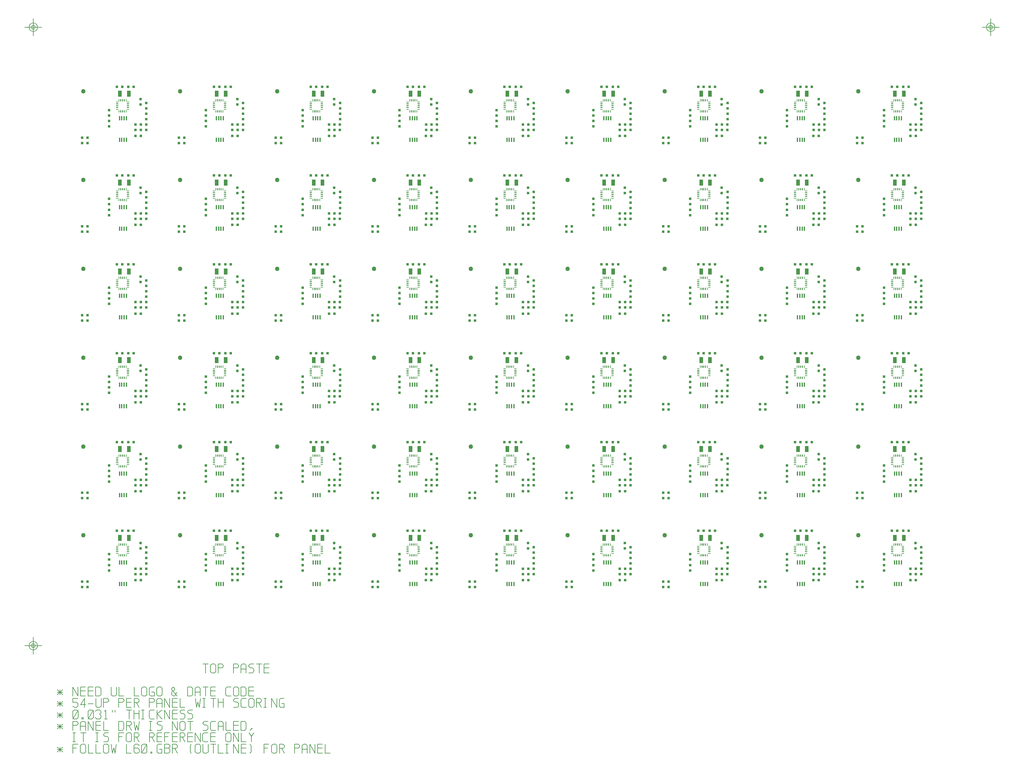
<source format=gbr>
*%FSLAX24Y24*%
%MOIN*%
%IPPOS*%
%ADD10R,0.03X0.03*%
%ADD11R,0.03X0.03*%
%ADD12R,0.0155X0.05*%
%ADD13C,0.05*%
%ADD14R,0.0394X0.0709*%
%AMD15*
21,1,0.0206,0.01,0.0,0.0,0.0*
21,1,0.0256,0.005,0.0,0.0,0.0*
1,1,0.005,0.0103,0.0025*
1,1,0.005,-0.0103,0.0025*
1,1,0.005,0.0103,-0.0025*
1,1,0.005,-0.0103,-0.0025*%
%ADD15D15*%
G04:---LTIenv:A015:17,0.0256,0.01,0.0025 *
%AMD16*
21,1,0.005,0.0256,0.0,0.0,0.0*
21,1,0.01,0.0206,0.0,0.0,0.0*
1,1,0.005,0.0025,0.0103*
1,1,0.005,-0.0025,0.0103*
1,1,0.005,0.0025,-0.0103*
1,1,0.005,-0.0025,-0.0103*%
%ADD16D16*%
G04:---LTIenv:A016:17,0.01,0.0256,0.0025 *
%AMD17*
4,1,8
,0.0049,0.0103
,0.0049,-0.0103
,0.0025,-0.0128
,-0.0025,-0.0128
,-0.0049,-0.0103
,-0.0049,0.0103
,-0.0025,0.0128
,0.0025,0.0128,0.0049,0.0103,0.0*%
%ADD17D17*%
%AMD18*
4,1,8
,-0.0103,0.0049
,0.0103,0.0049
,0.0128,0.0025
,0.0128,-0.0025
,0.0103,-0.0049
,-0.0103,-0.0049
,-0.0128,-0.0025
,-0.0128,0.0025,-0.0103,0.0049,0.0*%
%ADD18D18*%
%ADD19C,0.012*%
%ADD20C,0.02*%
%ADD21C,0.008*%
%ADD22C,0.01*%
%ADD23C,0.009*%
%ADD24C,0.15*%
%ADD25C,0.075*%
%ADD26C,0.15*%
%ADD27C,0.052*%
%ADD28R,0.062X0.04*%
%ADD29O,0.062X0.04*%
%ADD30C,0.026*%
%ADD31C,0.092*%
%ADD32C,0.06*%
%ADD33R,0.13X0.15*%
%AMD34*
1,1,0.1,0.0,0.0*
1,0,0.0875,0.0,0.0*
1,1,0.05,0.0,0.0*
1,0,0.0375,0.0,0.0*
20,1,0.0062,0.0,-0.0969,0.0,0.0969,0.0*
20,1,0.0062,-0.0969,0.0,0.0969,0.0,0.0*%
%ADD34D34*%
G04:---LTIenv:A034:6,0.2,6 *
%ADD35C,0.07*%
%ADD36R,0.038X0.038*%
%ADD37R,0.038X0.038*%
%ADD38R,0.0185X0.053*%
%ADD39C,0.1*%
%ADD40R,0.0474X0.0789*%
%AMD41*
21,1,0.0206,0.014,0.0,0.0,0.0*
21,1,0.0296,0.005,0.0,0.0,0.0*
1,1,0.009,0.0103,0.0025*
1,1,0.009,-0.0103,0.0025*
1,1,0.009,0.0103,-0.0025*
1,1,0.009,-0.0103,-0.0025*%
%ADD41D41*%
G04:---LTIenv:A041:17,0.0296,0.014,0.0045 *
%AMD42*
21,1,0.005,0.0296,0.0,0.0,0.0*
21,1,0.014,0.0206,0.0,0.0,0.0*
1,1,0.009,0.0025,0.0103*
1,1,0.009,-0.0025,0.0103*
1,1,0.009,0.0025,-0.0103*
1,1,0.009,-0.0025,-0.0103*%
%ADD42D42*%
G04:---LTIenv:A042:17,0.014,0.0296,0.0045 *
%AMD43*
4,1,8
,0.0069,0.0113
,0.0069,-0.0113
,0.0035,-0.0148
,-0.0035,-0.0148
,-0.0069,-0.0113
,-0.0069,0.0113
,-0.0035,0.0148
,0.0035,0.0148,0.0069,0.0113,0.0*%
%ADD43D43*%
%AMD44*
4,1,8
,-0.0113,0.0069
,0.0113,0.0069
,0.0148,0.0035
,0.0148,-0.0035
,0.0113,-0.0069
,-0.0113,-0.0069
,-0.0148,-0.0035
,-0.0148,0.0035,-0.0113,0.0069,0.0*%
%ADD44D44*%
%ADD45R,0.066X0.044*%
%ADD46O,0.066X0.044*%
%ADD48C,0.1*%
%ADD49R,0.138X0.158*%
%AMD55*
4,1,8
,0.0049,0.0103
,0.0049,-0.0103
,0.0025,-0.0128
,-0.0025,-0.0128
,-0.0049,-0.0103
,-0.0049,0.0103
,-0.0025,0.0128
,0.0025,0.0128,0.0049,0.0103,0.0*%
%ADD55D55*%
%AMD56*
4,1,8
,-0.0103,0.0049
,0.0103,0.0049
,0.0128,0.0025
,0.0128,-0.0025
,0.0103,-0.0049
,-0.0103,-0.0049
,-0.0128,-0.0025
,-0.0128,0.0025,-0.0103,0.0049,0.0*%
%ADD56D56*%
%ADD200C,0.002*%
%ADD901C,0.012*%
G04:---LTIenv:A901:15,0.012,1 *
%ADD902C,0.028*%
G04:---LTIenv:A902:15,0.028,2 *
%ADD903C,0.033*%
G04:---LTIenv:A903:15,0.033,3 *
%ADD904C,0.12*%
G04:---LTIenv:A904:15,0.12,4 *

%LPD*%
D21*X126Y-13839D2*X724Y-14382D1*X126D2*X724Y-13839D1*X126Y-14115D2*X724D1*X425Y-14382D2*Y-13839D1*X1858Y-13957D2*X2252D1*X1858Y-14532D2*Y-13532D1*X2402*X2693Y-13689D2*Y-14382D1*X2843Y-14532*X3142*X3291Y-14382*Y-13689*X3142Y-13532*X2843*X2693Y-13689*X4110Y-14532D2*X3567D1*Y-13532*X4961Y-14532D2*X4417D1*Y-13532*X5244Y-13689D2*Y-14382D1*X5394Y-14532*X5693*X5843Y-14382*Y-13689*X5693Y-13532*X5394*X5244Y-13689*X6685Y-13532D2*X6559Y-14532D1*X6409Y-13934*X6260Y-14532*X6110Y-13532*X8362Y-14532D2*X7819D1*Y-13532*X8646Y-13957D2*X9094D1*X9244Y-14115*Y-14382*X9094Y-14532*X8795*X8646Y-14335*Y-13689*X8795Y-13532*X9094*X9244Y-13689*X9488Y-14532D2*X10087Y-13532D1*X9638D2*X9488Y-13689D1*Y-14382*X9638Y-14532*X9937*X10087Y-14382*Y-13689*X9937Y-13532*X9638*X10504Y-14532D2*X10654D1*Y-14382*X10504*Y-14532*X11480Y-14083D2*X11756D1*Y-14532*X11354*X11205Y-14382*Y-13689*X11354Y-13532*X11756*X12039Y-13957D2*X12488D1*X12039Y-14532D2*X12488D1*X12638Y-14382*Y-14083*X12488Y-13957*X12638Y-13839*Y-13689*X12488Y-13532*X12039*Y-14532*X13173Y-13989D2*X13472Y-14532D1*X12929Y-13989D2*X13323D1*X13472Y-13839*Y-13689*X13323Y-13532*X12929*Y-14532*X15024D2*X14898Y-14382D1*Y-13689*X15024Y-13532*X15449Y-13689D2*Y-14382D1*X15598Y-14532*X15898*X16047Y-14382*Y-13689*X15898Y-13532*X15598*X15449Y-13689*X16906Y-13532D2*Y-14382D1*X16756Y-14532*X16457*X16307Y-14382*Y-13532*X17465Y-14532D2*Y-13532D1*X17165D2*X17764D1*X18567Y-14532D2*X18024D1*Y-13532*X18843Y-14532D2*X19142D1*X18992D2*Y-13532D1*X18843D2*X19142D1*X20283D2*Y-14532D1*X19709Y-13532*Y-14532*X20567Y-13957D2*X21118D1*Y-13532D2*X20567D1*Y-14532*X21118*X21543D2*X21693Y-14382D1*Y-13689*X21543Y-13532*X23118Y-13957D2*X23512D1*X23118Y-14532D2*Y-13532D1*X23661*X23953Y-13689D2*Y-14382D1*X24102Y-14532*X24402*X24551Y-14382*Y-13689*X24402Y-13532*X24102*X23953Y-13689*X25079Y-13989D2*X25378Y-14532D1*X24835Y-13989D2*X25228D1*X25378Y-13839*Y-13689*X25228Y-13532*X24835*Y-14532*X26520Y-13957D2*X26945D1*X27094Y-13808*Y-13689*X26945Y-13532*X26520*Y-14532*X27354Y-14083D2*X27929D1*Y-14532D2*Y-13689D1*X27780Y-13532*X27504*X27354Y-13689*Y-14532*X28787Y-13532D2*Y-14532D1*X28213Y-13532*Y-14532*X29071Y-13957D2*X29622D1*Y-13532D2*X29071D1*Y-14532*X29622*X30472D2*X29929D1*Y-13532*X126Y-7461D2*X724Y-8004D1*X126D2*X724Y-7461D1*X126Y-7737D2*X724D1*X425Y-8004D2*Y-7461D1*X2425Y-7154D2*Y-8154D1*X1850Y-7154*Y-8154*X2709Y-7579D2*X3260D1*Y-7154D2*X2709D1*Y-8154*X3260*X3559Y-7579D2*X4110D1*Y-7154D2*X3559D1*Y-8154*X4110*X4819D2*X4969Y-8004D1*Y-7311*X4819Y-7154*X4394*Y-8154*X4819*X6701Y-7154D2*Y-8004D1*X6551Y-8154*X6252*X6102Y-8004*Y-7154*X7512Y-8154D2*X6969D1*Y-7154*X9213Y-8154D2*X8669D1*Y-7154*X9496Y-7311D2*Y-8004D1*X9646Y-8154*X9945*X10094Y-8004*Y-7311*X9945Y-7154*X9646*X9496Y-7311*X10630Y-7705D2*X10906D1*Y-8154*X10504*X10354Y-8004*Y-7311*X10504Y-7154*X10906*X11197Y-7311D2*Y-8004D1*X11346Y-8154*X11646*X11795Y-8004*Y-7311*X11646Y-7154*X11346*X11197Y-7311*X13457Y-8154D2*X12858Y-7461D1*Y-7311*X13024Y-7154*X13181Y-7311*Y-7461*X12858Y-7705*Y-8004*X13008Y-8154*X13157*X13307Y-8036*Y-7886*X13457Y-7737*X15024Y-8154D2*X15173Y-8004D1*Y-7311*X15024Y-7154*X14598*Y-8154*X15024*X15449Y-7705D2*X16024D1*Y-8154D2*Y-7311D1*X15874Y-7154*X15598*X15449Y-7311*Y-8154*X16614D2*Y-7154D1*X16315D2*X16913D1*X17165Y-7579D2*X17717D1*Y-7154D2*X17165D1*Y-8154*X17717*X19433D2*X18984D1*X18835Y-8004*Y-7311*X18984Y-7154*X19433*X19701Y-7311D2*Y-8004D1*X19850Y-8154*X20150*X20299Y-8004*Y-7311*X20150Y-7154*X19850*X19701Y-7311*X20976Y-8154D2*X21126Y-8004D1*Y-7311*X20976Y-7154*X20551*Y-8154*X20976*X21417Y-7579D2*X21969D1*Y-7154D2*X21417D1*Y-8154*X21969*X126Y-8737D2*X724Y-9280D1*X126D2*X724Y-8737D1*X126Y-9012D2*X724D1*X425Y-9280D2*Y-8737D1*X2402Y-8430D2*X1850D1*Y-8855*X2252*X2402Y-9012*Y-9280*X2252Y-9430*X2000*X1850Y-9280*X3283Y-9130D2*X2709D1*X3134Y-8430*Y-9430*X3559Y-9012D2*X4110D1*X5000Y-8430D2*Y-9280D1*X4850Y-9430*X4551*X4402Y-9280*Y-8430*X5260Y-8855D2*X5685D1*X5835Y-8705*Y-8587*X5685Y-8430*X5260*Y-9430*X6961Y-8855D2*X7386D1*X7535Y-8705*Y-8587*X7386Y-8430*X6961*Y-9430*X7811Y-8855D2*X8362D1*Y-8430D2*X7811D1*Y-9430*X8362*X8921Y-8886D2*X9220Y-9430D1*X8677Y-8886D2*X9071D1*X9220Y-8737*Y-8587*X9071Y-8430*X8677*Y-9430*X10362Y-8855D2*X10787D1*X10937Y-8705*Y-8587*X10787Y-8430*X10362*Y-9430*X11197Y-8981D2*X11772D1*Y-9430D2*Y-8587D1*X11622Y-8430*X11346*X11197Y-8587*Y-9430*X12630Y-8430D2*Y-9430D1*X12055Y-8430*Y-9430*X12913Y-8855D2*X13465D1*Y-8430D2*X12913D1*Y-9430*X13465*X14315D2*X13772D1*Y-8430*X16039D2*X15913Y-9430D1*X15764Y-8831*X15614Y-9430*X15465Y-8430*X16291Y-9430D2*X16591D1*X16441D2*Y-8430D1*X16291D2*X16591D1*X17465Y-9430D2*Y-8430D1*X17165D2*X17764D1*X18000Y-8855D2*X18575D1*Y-9430D2*Y-8430D1*X18000Y-9430D2*Y-8430D1*X19724Y-9430D2*X20126D1*X20276Y-9280*Y-8981*X20126Y-8831*X19874*X19724Y-8682*Y-8587*X19874Y-8430*X20276*X21134Y-9430D2*X20685D1*X20535Y-9280*Y-8587*X20685Y-8430*X21134*X21402Y-8587D2*Y-9280D1*X21551Y-9430*X21850*X22000Y-9280*Y-8587*X21850Y-8430*X21551*X21402Y-8587*X22528Y-8886D2*X22827Y-9430D1*X22283Y-8886D2*X22677D1*X22827Y-8737*Y-8587*X22677Y-8430*X22283*Y-9430*X23094D2*X23394D1*X23244D2*Y-8430D1*X23094D2*X23394D1*X24535D2*Y-9430D1*X23961Y-8430*Y-9430*X25087Y-8981D2*X25362D1*Y-9430*X24961*X24811Y-9280*Y-8587*X24961Y-8430*X25362*X126Y-10012D2*X724Y-10556D1*X126D2*X724Y-10012D1*X126Y-10288D2*X724D1*X425Y-10556D2*Y-10012D1*X1835Y-10705D2*X2433Y-9705D1*X1984D2*X1835Y-9863D1*Y-10556*X1984Y-10705*X2283*X2433Y-10556*Y-9863*X2283Y-9705*X1984*X2850Y-10705D2*X3000D1*Y-10556*X2850*Y-10705*X3535D2*X4134Y-9705D1*X3685D2*X3535Y-9863D1*Y-10556*X3685Y-10705*X3984*X4134Y-10556*Y-9863*X3984Y-9705*X3685*X4362Y-10556D2*X4512Y-10705D1*X4819*X4969Y-10556*Y-10311*X4819Y-10162*X4969Y-10012*Y-9863*X4819Y-9705*X4512*X4362Y-9863*X5378Y-10705D2*X5677D1*X5528D2*Y-9705D1*X5378Y-9863*X6535Y-9957D2*Y-9705D1*X6236Y-9957D2*Y-9705D1*X8110Y-10705D2*Y-9705D1*X7811D2*X8409D1*X8646Y-10130D2*X9220D1*Y-10705D2*Y-9705D1*X8646Y-10705D2*Y-9705D1*X9488Y-10705D2*X9787D1*X9638D2*Y-9705D1*X9488D2*X9787D1*X10929Y-10705D2*X10480D1*X10331Y-10556*Y-9863*X10480Y-9705*X10929*X11220Y-10705D2*Y-9705D1*X11772Y-10705D2*X11220Y-10130D1*X11772Y-9705*X12630D2*Y-10705D1*X12055Y-9705*Y-10705*X12913Y-10130D2*X13465D1*Y-9705D2*X12913D1*Y-10705*X13465*X13772D2*X14173D1*X14323Y-10556*Y-10256*X14173Y-10107*X13921*X13772Y-9957*Y-9863*X13921Y-9705*X14323*X14622Y-10705D2*X15024D1*X15173Y-10556*Y-10256*X15024Y-10107*X14772*X14622Y-9957*Y-9863*X14772Y-9705*X15173*X126Y-11288D2*X724Y-11831D1*X126D2*X724Y-11288D1*X126Y-11563D2*X724D1*X425Y-11831D2*Y-11288D1*X1858Y-11406D2*X2283D1*X2433Y-11256*Y-11138*X2283Y-10981*X1858*Y-11981*X2693Y-11532D2*X3268D1*Y-11981D2*Y-11138D1*X3118Y-10981*X2843*X2693Y-11138*Y-11981*X4126Y-10981D2*Y-11981D1*X3551Y-10981*Y-11981*X4409Y-11406D2*X4961D1*Y-10981D2*X4409D1*Y-11981*X4961*X5811D2*X5268D1*Y-10981*X7370Y-11981D2*X7520Y-11831D1*Y-11138*X7370Y-10981*X6945*Y-11981*X7370*X8071Y-11437D2*X8370Y-11981D1*X7827Y-11437D2*X8220D1*X8370Y-11288*Y-11138*X8220Y-10981*X7827*Y-11981*X9236Y-10981D2*X9110Y-11981D1*X8961Y-11382*X8811Y-11981*X8661Y-10981*X10339Y-11981D2*X10638D1*X10488D2*Y-10981D1*X10339D2*X10638D1*X11220Y-11981D2*X11622D1*X11772Y-11831*Y-11532*X11622Y-11382*X11370*X11220Y-11233*Y-11138*X11370Y-10981*X11772*X13480D2*Y-11981D1*X12906Y-10981*Y-11981*X13748Y-11138D2*Y-11831D1*X13898Y-11981*X14197*X14346Y-11831*Y-11138*X14197Y-10981*X13898*X13748Y-11138*X14913Y-11981D2*Y-10981D1*X14614D2*X15213D1*X16323Y-11981D2*X16724D1*X16874Y-11831*Y-11532*X16724Y-11382*X16472*X16323Y-11233*Y-11138*X16472Y-10981*X16874*X17732Y-11981D2*X17283D1*X17134Y-11831*Y-11138*X17283Y-10981*X17732*X18000Y-11532D2*X18575D1*Y-11981D2*Y-11138D1*X18425Y-10981*X18150*X18000Y-11138*Y-11981*X19417D2*X18874D1*Y-10981*X19717Y-11406D2*X20268D1*Y-10981D2*X19717D1*Y-11981*X20268*X20976D2*X21126Y-11831D1*Y-11138*X20976Y-10981*X20551*Y-11981*X20976*X21701Y-11847D2*Y-11737D1*X21819*X21543Y-11981*X1835Y-13256D2*X2134D1*X1984D2*Y-12256D1*X1835D2*X2134D1*X3008Y-13256D2*Y-12256D1*X2709D2*X3307D1*X4386Y-13256D2*X4685D1*X4535D2*Y-12256D1*X4386D2*X4685D1*X5268Y-13256D2*X5669D1*X5819Y-13107*Y-12808*X5669Y-12658*X5417*X5268Y-12508*Y-12414*X5417Y-12256*X5819*X6961Y-12682D2*X7354D1*X6961Y-13256D2*Y-12256D1*X7504*X7795Y-12414D2*Y-13107D1*X7945Y-13256*X8244*X8394Y-13107*Y-12414*X8244Y-12256*X7945*X7795Y-12414*X8921Y-12713D2*X9220Y-13256D1*X8677Y-12713D2*X9071D1*X9220Y-12563*Y-12414*X9071Y-12256*X8677*Y-13256*X10622Y-12713D2*X10921Y-13256D1*X10378Y-12713D2*X10772D1*X10921Y-12563*Y-12414*X10772Y-12256*X10378*Y-13256*X11213Y-12682D2*X11764D1*Y-12256D2*X11213D1*Y-13256*X11764*X12063Y-12682D2*X12457D1*X12063Y-13256D2*Y-12256D1*X12606*X12913Y-12682D2*X13465D1*Y-12256D2*X12913D1*Y-13256*X13465*X14024Y-12713D2*X14323Y-13256D1*X13780Y-12713D2*X14173D1*X14323Y-12563*Y-12414*X14173Y-12256*X13780*Y-13256*X14614Y-12682D2*X15165D1*Y-12256D2*X14614D1*Y-13256*X15165*X16031Y-12256D2*Y-13256D1*X15457Y-12256*Y-13256*X16882D2*X16433D1*X16283Y-13107*Y-12414*X16433Y-12256*X16882*X17165Y-12682D2*X17717D1*Y-12256D2*X17165D1*Y-13256*X17717*X18850Y-12414D2*Y-13107D1*X19000Y-13256*X19299*X19449Y-13107*Y-12414*X19299Y-12256*X19000*X18850Y-12414*X20283Y-12256D2*Y-13256D1*X19709Y-12256*Y-13256*X21118D2*X20575D1*Y-12256*X21433D2*X21709Y-12658D1*X21984Y-12256*X21709Y-13256D2*Y-12658D1*X16614Y-5602D2*Y-4602D1*X16314D2*X16913D1*X17149Y-4759D2*Y-5452D1*X17299Y-5602*X17598*X17748Y-5452*Y-4759*X17598Y-4602*X17299*X17149Y-4759*X18015Y-5027D2*X18440D1*X18590Y-4878*Y-4759*X18440Y-4602*X18015*Y-5602*X19716Y-5027D2*X20141D1*X20291Y-4878*Y-4759*X20141Y-4602*X19716*Y-5602*X20551Y-5153D2*X21126D1*Y-5602D2*Y-4759D1*X20976Y-4602*X20700*X20551Y-4759*Y-5602*X21425D2*X21826D1*X21976Y-5452*Y-5153*X21826Y-5004*X21574*X21425Y-4854*Y-4759*X21574Y-4602*X21976*X22566Y-5602D2*Y-4602D1*X22267D2*X22866D1*X23118Y-5027D2*X23669D1*Y-4602D2*X23118D1*Y-5602*X23669*D10*X7360Y59690D3*X6760D3*X8030D3*X8630D3*X9400Y54210D3*X8800D3*X18135Y59690D3*X17535D3*X18805D3*X19405D3*X20175Y54210D3*X19575D3*X28910Y59690D3*X28310D3*X29580D3*X30180D3*X30950Y54210D3*X30350D3*X39685Y59690D3*X39085D3*X40355D3*X40955D3*X41725Y54210D3*X41125D3*X50460Y59690D3*X49860D3*X51130D3*X51730D3*X52500Y54210D3*X51900D3*X61235Y59690D3*X60635D3*X61905D3*X62505D3*X63275Y54210D3*X62675D3*X72010Y59690D3*X71410D3*X72680D3*X73280D3*X74050Y54210D3*X73450D3*X82785Y59690D3*X82185D3*X83455D3*X84055D3*X84825Y54210D3*X84225D3*X93560Y59690D3*X92960D3*X94230D3*X94830D3*X95600Y54210D3*X95000D3*X93560Y49800D3*X92960D3*X94230D3*X94830D3*X95600Y44320D3*X95000D3*X82785Y49800D3*X82185D3*X83455D3*X84055D3*X84825Y44320D3*X84225D3*X72010Y49800D3*X71410D3*X72680D3*X73280D3*X74050Y44320D3*X73450D3*X61235Y49800D3*X60635D3*X61905D3*X62505D3*X63275Y44320D3*X62675D3*X50460Y49800D3*X49860D3*X51130D3*X51730D3*X52500Y44320D3*X51900D3*X39685Y49800D3*X39085D3*X40355D3*X40955D3*X41725Y44320D3*X41125D3*X28910Y49800D3*X28310D3*X29580D3*X30180D3*X30950Y44320D3*X30350D3*X18135Y49800D3*X17535D3*X18805D3*X19405D3*X20175Y44320D3*X19575D3*X7360Y49800D3*X6760D3*X8030D3*X8630D3*X9400Y44320D3*X8800D3*X7360Y39910D3*X6760D3*X8030D3*X8630D3*X9400Y34430D3*X8800D3*X18135Y39910D3*X17535D3*X18805D3*X19405D3*X20175Y34430D3*X19575D3*X28910Y39910D3*X28310D3*X29580D3*X30180D3*X30950Y34430D3*X30350D3*X39685Y39910D3*X39085D3*X40355D3*X40955D3*X41725Y34430D3*X41125D3*X50460Y39910D3*X49860D3*X51130D3*X51730D3*X52500Y34430D3*X51900D3*X61235Y39910D3*X60635D3*X61905D3*X62505D3*X63275Y34430D3*X62675D3*X72010Y39910D3*X71410D3*X72680D3*X73280D3*X74050Y34430D3*X73450D3*X82785Y39910D3*X82185D3*X83455D3*X84055D3*X84825Y34430D3*X84225D3*X93560Y39910D3*X92960D3*X94230D3*X94830D3*X95600Y34430D3*X95000D3*X93560Y30020D3*X92960D3*X94230D3*X94830D3*X95600Y24540D3*X95000D3*X82785Y30020D3*X82185D3*X83455D3*X84055D3*X84825Y24540D3*X84225D3*X72010Y30020D3*X71410D3*X72680D3*X73280D3*X74050Y24540D3*X73450D3*X61235Y30020D3*X60635D3*X61905D3*X62505D3*X63275Y24540D3*X62675D3*X50460Y30020D3*X49860D3*X51130D3*X51730D3*X52500Y24540D3*X51900D3*X39685Y30020D3*X39085D3*X40355D3*X40955D3*X41725Y24540D3*X41125D3*X28910Y30020D3*X28310D3*X29580D3*X30180D3*X30950Y24540D3*X30350D3*X18135Y30020D3*X17535D3*X18805D3*X19405D3*X20175Y24540D3*X19575D3*X7360Y30020D3*X6760D3*X8030D3*X8630D3*X9400Y24540D3*X8800D3*X7360Y20130D3*X6760D3*X8030D3*X8630D3*X9400Y14650D3*X8800D3*X18135Y20130D3*X17535D3*X18805D3*X19405D3*X20175Y14650D3*X19575D3*X28910Y20130D3*X28310D3*X29580D3*X30180D3*X30950Y14650D3*X30350D3*X39685Y20130D3*X39085D3*X40355D3*X40955D3*X41725Y14650D3*X41125D3*X50460Y20130D3*X49860D3*X51130D3*X51730D3*X52500Y14650D3*X51900D3*X61235Y20130D3*X60635D3*X61905D3*X62505D3*X63275Y14650D3*X62675D3*X72010Y20130D3*X71410D3*X72680D3*X73280D3*X74050Y14650D3*X73450D3*X82785Y20130D3*X82185D3*X83455D3*X84055D3*X84825Y14650D3*X84225D3*X93560Y20130D3*X92960D3*X94230D3*X94830D3*X95600Y14650D3*X95000D3*X93560Y10240D3*X92960D3*X94230D3*X94830D3*X95600Y4760D3*X95000D3*X82785Y10240D3*X82185D3*X83455D3*X84055D3*X84825Y4760D3*X84225D3*X72010Y10240D3*X71410D3*X72680D3*X73280D3*X74050Y4760D3*X73450D3*X61235Y10240D3*X60635D3*X61905D3*X62505D3*X63275Y4760D3*X62675D3*X50460Y10240D3*X49860D3*X51130D3*X51730D3*X52500Y4760D3*X51900D3*X39685Y10240D3*X39085D3*X40355D3*X40955D3*X41725Y4760D3*X41125D3*X28910Y10240D3*X28310D3*X29580D3*X30180D3*X30950Y4760D3*X30350D3*X18135Y10240D3*X17535D3*X18805D3*X19405D3*X20175Y4760D3*X19575D3*X7360Y10240D3*X6760D3*X8030D3*X8630D3*X9400Y4760D3*X8800D3*D11*X5870Y57090D3*Y56490D3*Y55280D3*Y55880D3*X9410Y55480D3*Y54880D3*X8810Y55480D3*Y54880D3*X10020Y57880D3*Y57280D3*Y56080D3*Y56680D3*X10010Y54880D3*Y55480D3*X9380Y57730D3*Y58330D3*X2870Y53430D3*Y54030D3*X3470D3*Y53430D3*X16645Y57090D3*Y56490D3*Y55280D3*Y55880D3*X20185Y55480D3*Y54880D3*X19585Y55480D3*Y54880D3*X20795Y57880D3*Y57280D3*Y56080D3*Y56680D3*X20785Y54880D3*Y55480D3*X20155Y57730D3*Y58330D3*X13645Y53430D3*Y54030D3*X14245D3*Y53430D3*X27420Y57090D3*Y56490D3*Y55280D3*Y55880D3*X30960Y55480D3*Y54880D3*X30360Y55480D3*Y54880D3*X31570Y57880D3*Y57280D3*Y56080D3*Y56680D3*X31560Y54880D3*Y55480D3*X30930Y57730D3*Y58330D3*X24420Y53430D3*Y54030D3*X25020D3*Y53430D3*X38195Y57090D3*Y56490D3*Y55280D3*Y55880D3*X41735Y55480D3*Y54880D3*X41135Y55480D3*Y54880D3*X42345Y57880D3*Y57280D3*Y56080D3*Y56680D3*X42335Y54880D3*Y55480D3*X41705Y57730D3*Y58330D3*X35195Y53430D3*Y54030D3*X35795D3*Y53430D3*X48970Y57090D3*Y56490D3*Y55280D3*Y55880D3*X52510Y55480D3*Y54880D3*X51910Y55480D3*Y54880D3*X53120Y57880D3*Y57280D3*Y56080D3*Y56680D3*X53110Y54880D3*Y55480D3*X52480Y57730D3*Y58330D3*X45970Y53430D3*Y54030D3*X46570D3*Y53430D3*X59745Y57090D3*Y56490D3*Y55280D3*Y55880D3*X63285Y55480D3*Y54880D3*X62685Y55480D3*Y54880D3*X63895Y57880D3*Y57280D3*Y56080D3*Y56680D3*X63885Y54880D3*Y55480D3*X63255Y57730D3*Y58330D3*X56745Y53430D3*Y54030D3*X57345D3*Y53430D3*X70520Y57090D3*Y56490D3*Y55280D3*Y55880D3*X74060Y55480D3*Y54880D3*X73460Y55480D3*Y54880D3*X74670Y57880D3*Y57280D3*Y56080D3*Y56680D3*X74660Y54880D3*Y55480D3*X74030Y57730D3*Y58330D3*X67520Y53430D3*Y54030D3*X68120D3*Y53430D3*X81295Y57090D3*Y56490D3*Y55280D3*Y55880D3*X84835Y55480D3*Y54880D3*X84235Y55480D3*Y54880D3*X85445Y57880D3*Y57280D3*Y56080D3*Y56680D3*X85435Y54880D3*Y55480D3*X84805Y57730D3*Y58330D3*X78295Y53430D3*Y54030D3*X78895D3*Y53430D3*X92070Y57090D3*Y56490D3*Y55280D3*Y55880D3*X95610Y55480D3*Y54880D3*X95010Y55480D3*Y54880D3*X96220Y57880D3*Y57280D3*Y56080D3*Y56680D3*X96210Y54880D3*Y55480D3*X95580Y57730D3*Y58330D3*X89070Y53430D3*Y54030D3*X89670D3*Y53430D3*X92070Y47200D3*Y46600D3*Y45390D3*Y45990D3*X95610Y45590D3*Y44990D3*X95010Y45590D3*Y44990D3*X96220Y47990D3*Y47390D3*Y46190D3*Y46790D3*X96210Y44990D3*Y45590D3*X95580Y47840D3*Y48440D3*X89070Y43540D3*Y44140D3*X89670D3*Y43540D3*X81295Y47200D3*Y46600D3*Y45390D3*Y45990D3*X84835Y45590D3*Y44990D3*X84235Y45590D3*Y44990D3*X85445Y47990D3*Y47390D3*Y46190D3*Y46790D3*X85435Y44990D3*Y45590D3*X84805Y47840D3*Y48440D3*X78295Y43540D3*Y44140D3*X78895D3*Y43540D3*X70520Y47200D3*Y46600D3*Y45390D3*Y45990D3*X74060Y45590D3*Y44990D3*X73460Y45590D3*Y44990D3*X74670Y47990D3*Y47390D3*Y46190D3*Y46790D3*X74660Y44990D3*Y45590D3*X74030Y47840D3*Y48440D3*X67520Y43540D3*Y44140D3*X68120D3*Y43540D3*X59745Y47200D3*Y46600D3*Y45390D3*Y45990D3*X63285Y45590D3*Y44990D3*X62685Y45590D3*Y44990D3*X63895Y47990D3*Y47390D3*Y46190D3*Y46790D3*X63885Y44990D3*Y45590D3*X63255Y47840D3*Y48440D3*X56745Y43540D3*Y44140D3*X57345D3*Y43540D3*X48970Y47200D3*Y46600D3*Y45390D3*Y45990D3*X52510Y45590D3*Y44990D3*X51910Y45590D3*Y44990D3*X53120Y47990D3*Y47390D3*Y46190D3*Y46790D3*X53110Y44990D3*Y45590D3*X52480Y47840D3*Y48440D3*X45970Y43540D3*Y44140D3*X46570D3*Y43540D3*X38195Y47200D3*Y46600D3*Y45390D3*Y45990D3*X41735Y45590D3*Y44990D3*X41135Y45590D3*Y44990D3*X42345Y47990D3*Y47390D3*Y46190D3*Y46790D3*X42335Y44990D3*Y45590D3*X41705Y47840D3*Y48440D3*X35195Y43540D3*Y44140D3*X35795D3*Y43540D3*X27420Y47200D3*Y46600D3*Y45390D3*Y45990D3*X30960Y45590D3*Y44990D3*X30360Y45590D3*Y44990D3*X31570Y47990D3*Y47390D3*Y46190D3*Y46790D3*X31560Y44990D3*Y45590D3*X30930Y47840D3*Y48440D3*X24420Y43540D3*Y44140D3*X25020D3*Y43540D3*X16645Y47200D3*Y46600D3*Y45390D3*Y45990D3*X20185Y45590D3*Y44990D3*X19585Y45590D3*Y44990D3*X20795Y47990D3*Y47390D3*Y46190D3*Y46790D3*X20785Y44990D3*Y45590D3*X20155Y47840D3*Y48440D3*X13645Y43540D3*Y44140D3*X14245D3*Y43540D3*X5870Y47200D3*Y46600D3*Y45390D3*Y45990D3*X9410Y45590D3*Y44990D3*X8810Y45590D3*Y44990D3*X10020Y47990D3*Y47390D3*Y46190D3*Y46790D3*X10010Y44990D3*Y45590D3*X9380Y47840D3*Y48440D3*X2870Y43540D3*Y44140D3*X3470D3*Y43540D3*X5870Y37310D3*Y36710D3*Y35500D3*Y36100D3*X9410Y35700D3*Y35100D3*X8810Y35700D3*Y35100D3*X10020Y38100D3*Y37500D3*Y36300D3*Y36900D3*X10010Y35100D3*Y35700D3*X9380Y37950D3*Y38550D3*X2870Y33650D3*Y34250D3*X3470D3*Y33650D3*X16645Y37310D3*Y36710D3*Y35500D3*Y36100D3*X20185Y35700D3*Y35100D3*X19585Y35700D3*Y35100D3*X20795Y38100D3*Y37500D3*Y36300D3*Y36900D3*X20785Y35100D3*Y35700D3*X20155Y37950D3*Y38550D3*X13645Y33650D3*Y34250D3*X14245D3*Y33650D3*X27420Y37310D3*Y36710D3*Y35500D3*Y36100D3*X30960Y35700D3*Y35100D3*X30360Y35700D3*Y35100D3*X31570Y38100D3*Y37500D3*Y36300D3*Y36900D3*X31560Y35100D3*Y35700D3*X30930Y37950D3*Y38550D3*X24420Y33650D3*Y34250D3*X25020D3*Y33650D3*X38195Y37310D3*Y36710D3*Y35500D3*Y36100D3*X41735Y35700D3*Y35100D3*X41135Y35700D3*Y35100D3*X42345Y38100D3*Y37500D3*Y36300D3*Y36900D3*X42335Y35100D3*Y35700D3*X41705Y37950D3*Y38550D3*X35195Y33650D3*Y34250D3*X35795D3*Y33650D3*X48970Y37310D3*Y36710D3*Y35500D3*Y36100D3*X52510Y35700D3*Y35100D3*X51910Y35700D3*Y35100D3*X53120Y38100D3*Y37500D3*Y36300D3*Y36900D3*X53110Y35100D3*Y35700D3*X52480Y37950D3*Y38550D3*X45970Y33650D3*Y34250D3*X46570D3*Y33650D3*X59745Y37310D3*Y36710D3*Y35500D3*Y36100D3*X63285Y35700D3*Y35100D3*X62685Y35700D3*Y35100D3*X63895Y38100D3*Y37500D3*Y36300D3*Y36900D3*X63885Y35100D3*Y35700D3*X63255Y37950D3*Y38550D3*X56745Y33650D3*Y34250D3*X57345D3*Y33650D3*X70520Y37310D3*Y36710D3*Y35500D3*Y36100D3*X74060Y35700D3*Y35100D3*X73460Y35700D3*Y35100D3*X74670Y38100D3*Y37500D3*Y36300D3*Y36900D3*X74660Y35100D3*Y35700D3*X74030Y37950D3*Y38550D3*X67520Y33650D3*Y34250D3*X68120D3*Y33650D3*X81295Y37310D3*Y36710D3*Y35500D3*Y36100D3*X84835Y35700D3*Y35100D3*X84235Y35700D3*Y35100D3*X85445Y38100D3*Y37500D3*Y36300D3*Y36900D3*X85435Y35100D3*Y35700D3*X84805Y37950D3*Y38550D3*X78295Y33650D3*Y34250D3*X78895D3*Y33650D3*X92070Y37310D3*Y36710D3*Y35500D3*Y36100D3*X95610Y35700D3*Y35100D3*X95010Y35700D3*Y35100D3*X96220Y38100D3*Y37500D3*Y36300D3*Y36900D3*X96210Y35100D3*Y35700D3*X95580Y37950D3*Y38550D3*X89070Y33650D3*Y34250D3*X89670D3*Y33650D3*X92070Y27420D3*Y26820D3*Y25610D3*Y26210D3*X95610Y25810D3*Y25210D3*X95010Y25810D3*Y25210D3*X96220Y28210D3*Y27610D3*Y26410D3*Y27010D3*X96210Y25210D3*Y25810D3*X95580Y28060D3*Y28660D3*X89070Y23760D3*Y24360D3*X89670D3*Y23760D3*X81295Y27420D3*Y26820D3*Y25610D3*Y26210D3*X84835Y25810D3*Y25210D3*X84235Y25810D3*Y25210D3*X85445Y28210D3*Y27610D3*Y26410D3*Y27010D3*X85435Y25210D3*Y25810D3*X84805Y28060D3*Y28660D3*X78295Y23760D3*Y24360D3*X78895D3*Y23760D3*X70520Y27420D3*Y26820D3*Y25610D3*Y26210D3*X74060Y25810D3*Y25210D3*X73460Y25810D3*Y25210D3*X74670Y28210D3*Y27610D3*Y26410D3*Y27010D3*X74660Y25210D3*Y25810D3*X74030Y28060D3*Y28660D3*X67520Y23760D3*Y24360D3*X68120D3*Y23760D3*X59745Y27420D3*Y26820D3*Y25610D3*Y26210D3*X63285Y25810D3*Y25210D3*X62685Y25810D3*Y25210D3*X63895Y28210D3*Y27610D3*Y26410D3*Y27010D3*X63885Y25210D3*Y25810D3*X63255Y28060D3*Y28660D3*X56745Y23760D3*Y24360D3*X57345D3*Y23760D3*X48970Y27420D3*Y26820D3*Y25610D3*Y26210D3*X52510Y25810D3*Y25210D3*X51910Y25810D3*Y25210D3*X53120Y28210D3*Y27610D3*Y26410D3*Y27010D3*X53110Y25210D3*Y25810D3*X52480Y28060D3*Y28660D3*X45970Y23760D3*Y24360D3*X46570D3*Y23760D3*X38195Y27420D3*Y26820D3*Y25610D3*Y26210D3*X41735Y25810D3*Y25210D3*X41135Y25810D3*Y25210D3*X42345Y28210D3*Y27610D3*Y26410D3*Y27010D3*X42335Y25210D3*Y25810D3*X41705Y28060D3*Y28660D3*X35195Y23760D3*Y24360D3*X35795D3*Y23760D3*X27420Y27420D3*Y26820D3*Y25610D3*Y26210D3*X30960Y25810D3*Y25210D3*X30360Y25810D3*Y25210D3*X31570Y28210D3*Y27610D3*Y26410D3*Y27010D3*X31560Y25210D3*Y25810D3*X30930Y28060D3*Y28660D3*X24420Y23760D3*Y24360D3*X25020D3*Y23760D3*X16645Y27420D3*Y26820D3*Y25610D3*Y26210D3*X20185Y25810D3*Y25210D3*X19585Y25810D3*Y25210D3*X20795Y28210D3*Y27610D3*Y26410D3*Y27010D3*X20785Y25210D3*Y25810D3*X20155Y28060D3*Y28660D3*X13645Y23760D3*Y24360D3*X14245D3*Y23760D3*X5870Y27420D3*Y26820D3*Y25610D3*Y26210D3*X9410Y25810D3*Y25210D3*X8810Y25810D3*Y25210D3*X10020Y28210D3*Y27610D3*Y26410D3*Y27010D3*X10010Y25210D3*Y25810D3*X9380Y28060D3*Y28660D3*X2870Y23760D3*Y24360D3*X3470D3*Y23760D3*X5870Y17530D3*Y16930D3*Y15720D3*Y16320D3*X9410Y15920D3*Y15320D3*X8810Y15920D3*Y15320D3*X10020Y18320D3*Y17720D3*Y16520D3*Y17120D3*X10010Y15320D3*Y15920D3*X9380Y18170D3*Y18770D3*X2870Y13870D3*Y14470D3*X3470D3*Y13870D3*X16645Y17530D3*Y16930D3*Y15720D3*Y16320D3*X20185Y15920D3*Y15320D3*X19585Y15920D3*Y15320D3*X20795Y18320D3*Y17720D3*Y16520D3*Y17120D3*X20785Y15320D3*Y15920D3*X20155Y18170D3*Y18770D3*X13645Y13870D3*Y14470D3*X14245D3*Y13870D3*X27420Y17530D3*Y16930D3*Y15720D3*Y16320D3*X30960Y15920D3*Y15320D3*X30360Y15920D3*Y15320D3*X31570Y18320D3*Y17720D3*Y16520D3*Y17120D3*X31560Y15320D3*Y15920D3*X30930Y18170D3*Y18770D3*X24420Y13870D3*Y14470D3*X25020D3*Y13870D3*X38195Y17530D3*Y16930D3*Y15720D3*Y16320D3*X41735Y15920D3*Y15320D3*X41135Y15920D3*Y15320D3*X42345Y18320D3*Y17720D3*Y16520D3*Y17120D3*X42335Y15320D3*Y15920D3*X41705Y18170D3*Y18770D3*X35195Y13870D3*Y14470D3*X35795D3*Y13870D3*X48970Y17530D3*Y16930D3*Y15720D3*Y16320D3*X52510Y15920D3*Y15320D3*X51910Y15920D3*Y15320D3*X53120Y18320D3*Y17720D3*Y16520D3*Y17120D3*X53110Y15320D3*Y15920D3*X52480Y18170D3*Y18770D3*X45970Y13870D3*Y14470D3*X46570D3*Y13870D3*X59745Y17530D3*Y16930D3*Y15720D3*Y16320D3*X63285Y15920D3*Y15320D3*X62685Y15920D3*Y15320D3*X63895Y18320D3*Y17720D3*Y16520D3*Y17120D3*X63885Y15320D3*Y15920D3*X63255Y18170D3*Y18770D3*X56745Y13870D3*Y14470D3*X57345D3*Y13870D3*X70520Y17530D3*Y16930D3*Y15720D3*Y16320D3*X74060Y15920D3*Y15320D3*X73460Y15920D3*Y15320D3*X74670Y18320D3*Y17720D3*Y16520D3*Y17120D3*X74660Y15320D3*Y15920D3*X74030Y18170D3*Y18770D3*X67520Y13870D3*Y14470D3*X68120D3*Y13870D3*X81295Y17530D3*Y16930D3*Y15720D3*Y16320D3*X84835Y15920D3*Y15320D3*X84235Y15920D3*Y15320D3*X85445Y18320D3*Y17720D3*Y16520D3*Y17120D3*X85435Y15320D3*Y15920D3*X84805Y18170D3*Y18770D3*X78295Y13870D3*Y14470D3*X78895D3*Y13870D3*X92070Y17530D3*Y16930D3*Y15720D3*Y16320D3*X95610Y15920D3*Y15320D3*X95010Y15920D3*Y15320D3*X96220Y18320D3*Y17720D3*Y16520D3*Y17120D3*X96210Y15320D3*Y15920D3*X95580Y18170D3*Y18770D3*X89070Y13870D3*Y14470D3*X89670D3*Y13870D3*X92070Y7640D3*Y7040D3*Y5830D3*Y6430D3*X95610Y6030D3*Y5430D3*X95010Y6030D3*Y5430D3*X96220Y8430D3*Y7830D3*Y6630D3*Y7230D3*X96210Y5430D3*Y6030D3*X95580Y8280D3*Y8880D3*X89070Y3980D3*Y4580D3*X89670D3*Y3980D3*X81295Y7640D3*Y7040D3*Y5830D3*Y6430D3*X84835Y6030D3*Y5430D3*X84235Y6030D3*Y5430D3*X85445Y8430D3*Y7830D3*Y6630D3*Y7230D3*X85435Y5430D3*Y6030D3*X84805Y8280D3*Y8880D3*X78295Y3980D3*Y4580D3*X78895D3*Y3980D3*X70520Y7640D3*Y7040D3*Y5830D3*Y6430D3*X74060Y6030D3*Y5430D3*X73460Y6030D3*Y5430D3*X74670Y8430D3*Y7830D3*Y6630D3*Y7230D3*X74660Y5430D3*Y6030D3*X74030Y8280D3*Y8880D3*X67520Y3980D3*Y4580D3*X68120D3*Y3980D3*X59745Y7640D3*Y7040D3*Y5830D3*Y6430D3*X63285Y6030D3*Y5430D3*X62685Y6030D3*Y5430D3*X63895Y8430D3*Y7830D3*Y6630D3*Y7230D3*X63885Y5430D3*Y6030D3*X63255Y8280D3*Y8880D3*X56745Y3980D3*Y4580D3*X57345D3*Y3980D3*X48970Y7640D3*Y7040D3*Y5830D3*Y6430D3*X52510Y6030D3*Y5430D3*X51910Y6030D3*Y5430D3*X53120Y8430D3*Y7830D3*Y6630D3*Y7230D3*X53110Y5430D3*Y6030D3*X52480Y8280D3*Y8880D3*X45970Y3980D3*Y4580D3*X46570D3*Y3980D3*X38195Y7640D3*Y7040D3*Y5830D3*Y6430D3*X41735Y6030D3*Y5430D3*X41135Y6030D3*Y5430D3*X42345Y8430D3*Y7830D3*Y6630D3*Y7230D3*X42335Y5430D3*Y6030D3*X41705Y8280D3*Y8880D3*X35195Y3980D3*Y4580D3*X35795D3*Y3980D3*X27420Y7640D3*Y7040D3*Y5830D3*Y6430D3*X30960Y6030D3*Y5430D3*X30360Y6030D3*Y5430D3*X31570Y8430D3*Y7830D3*Y6630D3*Y7230D3*X31560Y5430D3*Y6030D3*X30930Y8280D3*Y8880D3*X24420Y3980D3*Y4580D3*X25020D3*Y3980D3*X16645Y7640D3*Y7040D3*Y5830D3*Y6430D3*X20185Y6030D3*Y5430D3*X19585Y6030D3*Y5430D3*X20795Y8430D3*Y7830D3*Y6630D3*Y7230D3*X20785Y5430D3*Y6030D3*X20155Y8280D3*Y8880D3*X13645Y3980D3*Y4580D3*X14245D3*Y3980D3*X5870Y7640D3*Y7040D3*Y5830D3*Y6430D3*X9410Y6030D3*Y5430D3*X8810Y6030D3*Y5430D3*X10020Y8430D3*Y7830D3*Y6630D3*Y7230D3*X10010Y5430D3*Y6030D3*X9380Y8280D3*Y8880D3*X2870Y3980D3*Y4580D3*X3470D3*Y3980D3*D12*X7036Y53780D3*X7295D3*X7545D3*X7804D3*Y56180D3*X7545D3*X7295D3*X7036D3*X17811Y53780D3*X18070D3*X18320D3*X18579D3*Y56180D3*X18320D3*X18070D3*X17811D3*X28586Y53780D3*X28845D3*X29095D3*X29354D3*Y56180D3*X29095D3*X28845D3*X28586D3*X39361Y53780D3*X39620D3*X39870D3*X40129D3*Y56180D3*X39870D3*X39620D3*X39361D3*X50136Y53780D3*X50395D3*X50645D3*X50904D3*Y56180D3*X50645D3*X50395D3*X50136D3*X60911Y53780D3*X61170D3*X61420D3*X61679D3*Y56180D3*X61420D3*X61170D3*X60911D3*X71686Y53780D3*X71945D3*X72195D3*X72454D3*Y56180D3*X72195D3*X71945D3*X71686D3*X82461Y53780D3*X82720D3*X82970D3*X83229D3*Y56180D3*X82970D3*X82720D3*X82461D3*X93236Y53780D3*X93495D3*X93745D3*X94004D3*Y56180D3*X93745D3*X93495D3*X93236D3*Y43890D3*X93495D3*X93745D3*X94004D3*Y46290D3*X93745D3*X93495D3*X93236D3*X82461Y43890D3*X82720D3*X82970D3*X83229D3*Y46290D3*X82970D3*X82720D3*X82461D3*X71686Y43890D3*X71945D3*X72195D3*X72454D3*Y46290D3*X72195D3*X71945D3*X71686D3*X60911Y43890D3*X61170D3*X61420D3*X61679D3*Y46290D3*X61420D3*X61170D3*X60911D3*X50136Y43890D3*X50395D3*X50645D3*X50904D3*Y46290D3*X50645D3*X50395D3*X50136D3*X39361Y43890D3*X39620D3*X39870D3*X40129D3*Y46290D3*X39870D3*X39620D3*X39361D3*X28586Y43890D3*X28845D3*X29095D3*X29354D3*Y46290D3*X29095D3*X28845D3*X28586D3*X17811Y43890D3*X18070D3*X18320D3*X18579D3*Y46290D3*X18320D3*X18070D3*X17811D3*X7036Y43890D3*X7295D3*X7545D3*X7804D3*Y46290D3*X7545D3*X7295D3*X7036D3*Y34000D3*X7295D3*X7545D3*X7804D3*Y36400D3*X7545D3*X7295D3*X7036D3*X17811Y34000D3*X18070D3*X18320D3*X18579D3*Y36400D3*X18320D3*X18070D3*X17811D3*X28586Y34000D3*X28845D3*X29095D3*X29354D3*Y36400D3*X29095D3*X28845D3*X28586D3*X39361Y34000D3*X39620D3*X39870D3*X40129D3*Y36400D3*X39870D3*X39620D3*X39361D3*X50136Y34000D3*X50395D3*X50645D3*X50904D3*Y36400D3*X50645D3*X50395D3*X50136D3*X60911Y34000D3*X61170D3*X61420D3*X61679D3*Y36400D3*X61420D3*X61170D3*X60911D3*X71686Y34000D3*X71945D3*X72195D3*X72454D3*Y36400D3*X72195D3*X71945D3*X71686D3*X82461Y34000D3*X82720D3*X82970D3*X83229D3*Y36400D3*X82970D3*X82720D3*X82461D3*X93236Y34000D3*X93495D3*X93745D3*X94004D3*Y36400D3*X93745D3*X93495D3*X93236D3*Y24110D3*X93495D3*X93745D3*X94004D3*Y26510D3*X93745D3*X93495D3*X93236D3*X82461Y24110D3*X82720D3*X82970D3*X83229D3*Y26510D3*X82970D3*X82720D3*X82461D3*X71686Y24110D3*X71945D3*X72195D3*X72454D3*Y26510D3*X72195D3*X71945D3*X71686D3*X60911Y24110D3*X61170D3*X61420D3*X61679D3*Y26510D3*X61420D3*X61170D3*X60911D3*X50136Y24110D3*X50395D3*X50645D3*X50904D3*Y26510D3*X50645D3*X50395D3*X50136D3*X39361Y24110D3*X39620D3*X39870D3*X40129D3*Y26510D3*X39870D3*X39620D3*X39361D3*X28586Y24110D3*X28845D3*X29095D3*X29354D3*Y26510D3*X29095D3*X28845D3*X28586D3*X17811Y24110D3*X18070D3*X18320D3*X18579D3*Y26510D3*X18320D3*X18070D3*X17811D3*X7036Y24110D3*X7295D3*X7545D3*X7804D3*Y26510D3*X7545D3*X7295D3*X7036D3*Y14220D3*X7295D3*X7545D3*X7804D3*Y16620D3*X7545D3*X7295D3*X7036D3*X17811Y14220D3*X18070D3*X18320D3*X18579D3*Y16620D3*X18320D3*X18070D3*X17811D3*X28586Y14220D3*X28845D3*X29095D3*X29354D3*Y16620D3*X29095D3*X28845D3*X28586D3*X39361Y14220D3*X39620D3*X39870D3*X40129D3*Y16620D3*X39870D3*X39620D3*X39361D3*X50136Y14220D3*X50395D3*X50645D3*X50904D3*Y16620D3*X50645D3*X50395D3*X50136D3*X60911Y14220D3*X61170D3*X61420D3*X61679D3*Y16620D3*X61420D3*X61170D3*X60911D3*X71686Y14220D3*X71945D3*X72195D3*X72454D3*Y16620D3*X72195D3*X71945D3*X71686D3*X82461Y14220D3*X82720D3*X82970D3*X83229D3*Y16620D3*X82970D3*X82720D3*X82461D3*X93236Y14220D3*X93495D3*X93745D3*X94004D3*Y16620D3*X93745D3*X93495D3*X93236D3*Y4330D3*X93495D3*X93745D3*X94004D3*Y6730D3*X93745D3*X93495D3*X93236D3*X82461Y4330D3*X82720D3*X82970D3*X83229D3*Y6730D3*X82970D3*X82720D3*X82461D3*X71686Y4330D3*X71945D3*X72195D3*X72454D3*Y6730D3*X72195D3*X71945D3*X71686D3*X60911Y4330D3*X61170D3*X61420D3*X61679D3*Y6730D3*X61420D3*X61170D3*X60911D3*X50136Y4330D3*X50395D3*X50645D3*X50904D3*Y6730D3*X50645D3*X50395D3*X50136D3*X39361Y4330D3*X39620D3*X39870D3*X40129D3*Y6730D3*X39870D3*X39620D3*X39361D3*X28586Y4330D3*X28845D3*X29095D3*X29354D3*Y6730D3*X29095D3*X28845D3*X28586D3*X17811Y4330D3*X18070D3*X18320D3*X18579D3*Y6730D3*X18320D3*X18070D3*X17811D3*X7036Y4330D3*X7295D3*X7545D3*X7804D3*Y6730D3*X7545D3*X7295D3*X7036D3*D13*X3020Y59190D3*X13795D3*X24570D3*X35345D3*X46120D3*X56895D3*X67670D3*X78445D3*X89220D3*Y49300D3*X78445D3*X67670D3*X56895D3*X46120D3*X35345D3*X24570D3*X13795D3*X3020D3*Y39410D3*X13795D3*X24570D3*X35345D3*X46120D3*X56895D3*X67670D3*X78445D3*X89220D3*Y29520D3*X78445D3*X67670D3*X56895D3*X46120D3*X35345D3*X24570D3*X13795D3*X3020D3*Y19630D3*X13795D3*X24570D3*X35345D3*X46120D3*X56895D3*X67670D3*X78445D3*X89220D3*Y9740D3*X78445D3*X67670D3*X56895D3*X46120D3*X35345D3*X24570D3*X13795D3*X3020D3*D14*X8072Y58910D3*X7088D3*X18847D3*X17863D3*X29622D3*X28638D3*X40397D3*X39413D3*X51172D3*X50188D3*X61947D3*X60963D3*X72722D3*X71738D3*X83497D3*X82513D3*X94272D3*X93288D3*X94272Y49020D3*X93288D3*X83497D3*X82513D3*X72722D3*X71738D3*X61947D3*X60963D3*X51172D3*X50188D3*X40397D3*X39413D3*X29622D3*X28638D3*X18847D3*X17863D3*X8072D3*X7088D3*X8072Y39130D3*X7088D3*X18847D3*X17863D3*X29622D3*X28638D3*X40397D3*X39413D3*X51172D3*X50188D3*X61947D3*X60963D3*X72722D3*X71738D3*X83497D3*X82513D3*X94272D3*X93288D3*X94272Y29240D3*X93288D3*X83497D3*X82513D3*X72722D3*X71738D3*X61947D3*X60963D3*X51172D3*X50188D3*X40397D3*X39413D3*X29622D3*X28638D3*X18847D3*X17863D3*X8072D3*X7088D3*X8072Y19350D3*X7088D3*X18847D3*X17863D3*X29622D3*X28638D3*X40397D3*X39413D3*X51172D3*X50188D3*X61947D3*X60963D3*X72722D3*X71738D3*X83497D3*X82513D3*X94272D3*X93288D3*X94272Y9460D3*X93288D3*X83497D3*X82513D3*X72722D3*X71738D3*X61947D3*X60963D3*X51172D3*X50188D3*X40397D3*X39413D3*X29622D3*X28638D3*X18847D3*X17863D3*X8072D3*X7088D3*D15*X6770Y57570D3*Y57767D3*Y57373D3*X7990Y57767D3*Y57570D3*Y57373D3*X17545Y57570D3*Y57767D3*Y57373D3*X18765Y57767D3*Y57570D3*Y57373D3*X28320Y57570D3*Y57767D3*Y57373D3*X29540Y57767D3*Y57570D3*Y57373D3*X39095Y57570D3*Y57767D3*Y57373D3*X40315Y57767D3*Y57570D3*Y57373D3*X49870Y57570D3*Y57767D3*Y57373D3*X51090Y57767D3*Y57570D3*Y57373D3*X60645Y57570D3*Y57767D3*Y57373D3*X61865Y57767D3*Y57570D3*Y57373D3*X71420Y57570D3*Y57767D3*Y57373D3*X72640Y57767D3*Y57570D3*Y57373D3*X82195Y57570D3*Y57767D3*Y57373D3*X83415Y57767D3*Y57570D3*Y57373D3*X92970Y57570D3*Y57767D3*Y57373D3*X94190Y57767D3*Y57570D3*Y57373D3*X92970Y47680D3*Y47877D3*Y47483D3*X94190Y47877D3*Y47680D3*Y47483D3*X82195Y47680D3*Y47877D3*Y47483D3*X83415Y47877D3*Y47680D3*Y47483D3*X71420Y47680D3*Y47877D3*Y47483D3*X72640Y47877D3*Y47680D3*Y47483D3*X60645Y47680D3*Y47877D3*Y47483D3*X61865Y47877D3*Y47680D3*Y47483D3*X49870Y47680D3*Y47877D3*Y47483D3*X51090Y47877D3*Y47680D3*Y47483D3*X39095Y47680D3*Y47877D3*Y47483D3*X40315Y47877D3*Y47680D3*Y47483D3*X28320Y47680D3*Y47877D3*Y47483D3*X29540Y47877D3*Y47680D3*Y47483D3*X17545Y47680D3*Y47877D3*Y47483D3*X18765Y47877D3*Y47680D3*Y47483D3*X6770Y47680D3*Y47877D3*Y47483D3*X7990Y47877D3*Y47680D3*Y47483D3*X6770Y37790D3*Y37987D3*Y37593D3*X7990Y37987D3*Y37790D3*Y37593D3*X17545Y37790D3*Y37987D3*Y37593D3*X18765Y37987D3*Y37790D3*Y37593D3*X28320Y37790D3*Y37987D3*Y37593D3*X29540Y37987D3*Y37790D3*Y37593D3*X39095Y37790D3*Y37987D3*Y37593D3*X40315Y37987D3*Y37790D3*Y37593D3*X49870Y37790D3*Y37987D3*Y37593D3*X51090Y37987D3*Y37790D3*Y37593D3*X60645Y37790D3*Y37987D3*Y37593D3*X61865Y37987D3*Y37790D3*Y37593D3*X71420Y37790D3*Y37987D3*Y37593D3*X72640Y37987D3*Y37790D3*Y37593D3*X82195Y37790D3*Y37987D3*Y37593D3*X83415Y37987D3*Y37790D3*Y37593D3*X92970Y37790D3*Y37987D3*Y37593D3*X94190Y37987D3*Y37790D3*Y37593D3*X92970Y27900D3*Y28097D3*Y27703D3*X94190Y28097D3*Y27900D3*Y27703D3*X82195Y27900D3*Y28097D3*Y27703D3*X83415Y28097D3*Y27900D3*Y27703D3*X71420Y27900D3*Y28097D3*Y27703D3*X72640Y28097D3*Y27900D3*Y27703D3*X60645Y27900D3*Y28097D3*Y27703D3*X61865Y28097D3*Y27900D3*Y27703D3*X49870Y27900D3*Y28097D3*Y27703D3*X51090Y28097D3*Y27900D3*Y27703D3*X39095Y27900D3*Y28097D3*Y27703D3*X40315Y28097D3*Y27900D3*Y27703D3*X28320Y27900D3*Y28097D3*Y27703D3*X29540Y28097D3*Y27900D3*Y27703D3*X17545Y27900D3*Y28097D3*Y27703D3*X18765Y28097D3*Y27900D3*Y27703D3*X6770Y27900D3*Y28097D3*Y27703D3*X7990Y28097D3*Y27900D3*Y27703D3*X6770Y18010D3*Y18207D3*Y17813D3*X7990Y18207D3*Y18010D3*Y17813D3*X17545Y18010D3*Y18207D3*Y17813D3*X18765Y18207D3*Y18010D3*Y17813D3*X28320Y18010D3*Y18207D3*Y17813D3*X29540Y18207D3*Y18010D3*Y17813D3*X39095Y18010D3*Y18207D3*Y17813D3*X40315Y18207D3*Y18010D3*Y17813D3*X49870Y18010D3*Y18207D3*Y17813D3*X51090Y18207D3*Y18010D3*Y17813D3*X60645Y18010D3*Y18207D3*Y17813D3*X61865Y18207D3*Y18010D3*Y17813D3*X71420Y18010D3*Y18207D3*Y17813D3*X72640Y18207D3*Y18010D3*Y17813D3*X82195Y18010D3*Y18207D3*Y17813D3*X83415Y18207D3*Y18010D3*Y17813D3*X92970Y18010D3*Y18207D3*Y17813D3*X94190Y18207D3*Y18010D3*Y17813D3*X92970Y8120D3*Y8317D3*Y7923D3*X94190Y8317D3*Y8120D3*Y7923D3*X82195Y8120D3*Y8317D3*Y7923D3*X83415Y8317D3*Y8120D3*Y7923D3*X71420Y8120D3*Y8317D3*Y7923D3*X72640Y8317D3*Y8120D3*Y7923D3*X60645Y8120D3*Y8317D3*Y7923D3*X61865Y8317D3*Y8120D3*Y7923D3*X49870Y8120D3*Y8317D3*Y7923D3*X51090Y8317D3*Y8120D3*Y7923D3*X39095Y8120D3*Y8317D3*Y7923D3*X40315Y8317D3*Y8120D3*Y7923D3*X28320Y8120D3*Y8317D3*Y7923D3*X29540Y8317D3*Y8120D3*Y7923D3*X17545Y8120D3*Y8317D3*Y7923D3*X18765Y8317D3*Y8120D3*Y7923D3*X6770Y8120D3*Y8317D3*Y7923D3*X7990Y8317D3*Y8120D3*Y7923D3*D16*X7577Y58180D3*X7380D3*X7183D3*X7577Y56960D3*X7183D3*X7380D3*X18352Y58180D3*X18155D3*X17958D3*X18352Y56960D3*X17958D3*X18155D3*X29127Y58180D3*X28930D3*X28733D3*X29127Y56960D3*X28733D3*X28930D3*X39902Y58180D3*X39705D3*X39508D3*X39902Y56960D3*X39508D3*X39705D3*X50677Y58180D3*X50480D3*X50283D3*X50677Y56960D3*X50283D3*X50480D3*X61452Y58180D3*X61255D3*X61058D3*X61452Y56960D3*X61058D3*X61255D3*X72227Y58180D3*X72030D3*X71833D3*X72227Y56960D3*X71833D3*X72030D3*X83002Y58180D3*X82805D3*X82608D3*X83002Y56960D3*X82608D3*X82805D3*X93777Y58180D3*X93580D3*X93383D3*X93777Y56960D3*X93383D3*X93580D3*X93777Y48290D3*X93580D3*X93383D3*X93777Y47070D3*X93383D3*X93580D3*X83002Y48290D3*X82805D3*X82608D3*X83002Y47070D3*X82608D3*X82805D3*X72227Y48290D3*X72030D3*X71833D3*X72227Y47070D3*X71833D3*X72030D3*X61452Y48290D3*X61255D3*X61058D3*X61452Y47070D3*X61058D3*X61255D3*X50677Y48290D3*X50480D3*X50283D3*X50677Y47070D3*X50283D3*X50480D3*X39902Y48290D3*X39705D3*X39508D3*X39902Y47070D3*X39508D3*X39705D3*X29127Y48290D3*X28930D3*X28733D3*X29127Y47070D3*X28733D3*X28930D3*X18352Y48290D3*X18155D3*X17958D3*X18352Y47070D3*X17958D3*X18155D3*X7577Y48290D3*X7380D3*X7183D3*X7577Y47070D3*X7183D3*X7380D3*X7577Y38400D3*X7380D3*X7183D3*X7577Y37180D3*X7183D3*X7380D3*X18352Y38400D3*X18155D3*X17958D3*X18352Y37180D3*X17958D3*X18155D3*X29127Y38400D3*X28930D3*X28733D3*X29127Y37180D3*X28733D3*X28930D3*X39902Y38400D3*X39705D3*X39508D3*X39902Y37180D3*X39508D3*X39705D3*X50677Y38400D3*X50480D3*X50283D3*X50677Y37180D3*X50283D3*X50480D3*X61452Y38400D3*X61255D3*X61058D3*X61452Y37180D3*X61058D3*X61255D3*X72227Y38400D3*X72030D3*X71833D3*X72227Y37180D3*X71833D3*X72030D3*X83002Y38400D3*X82805D3*X82608D3*X83002Y37180D3*X82608D3*X82805D3*X93777Y38400D3*X93580D3*X93383D3*X93777Y37180D3*X93383D3*X93580D3*X93777Y28510D3*X93580D3*X93383D3*X93777Y27290D3*X93383D3*X93580D3*X83002Y28510D3*X82805D3*X82608D3*X83002Y27290D3*X82608D3*X82805D3*X72227Y28510D3*X72030D3*X71833D3*X72227Y27290D3*X71833D3*X72030D3*X61452Y28510D3*X61255D3*X61058D3*X61452Y27290D3*X61058D3*X61255D3*X50677Y28510D3*X50480D3*X50283D3*X50677Y27290D3*X50283D3*X50480D3*X39902Y28510D3*X39705D3*X39508D3*X39902Y27290D3*X39508D3*X39705D3*X29127Y28510D3*X28930D3*X28733D3*X29127Y27290D3*X28733D3*X28930D3*X18352Y28510D3*X18155D3*X17958D3*X18352Y27290D3*X17958D3*X18155D3*X7577Y28510D3*X7380D3*X7183D3*X7577Y27290D3*X7183D3*X7380D3*X7577Y18620D3*X7380D3*X7183D3*X7577Y17400D3*X7183D3*X7380D3*X18352Y18620D3*X18155D3*X17958D3*X18352Y17400D3*X17958D3*X18155D3*X29127Y18620D3*X28930D3*X28733D3*X29127Y17400D3*X28733D3*X28930D3*X39902Y18620D3*X39705D3*X39508D3*X39902Y17400D3*X39508D3*X39705D3*X50677Y18620D3*X50480D3*X50283D3*X50677Y17400D3*X50283D3*X50480D3*X61452Y18620D3*X61255D3*X61058D3*X61452Y17400D3*X61058D3*X61255D3*X72227Y18620D3*X72030D3*X71833D3*X72227Y17400D3*X71833D3*X72030D3*X83002Y18620D3*X82805D3*X82608D3*X83002Y17400D3*X82608D3*X82805D3*X93777Y18620D3*X93580D3*X93383D3*X93777Y17400D3*X93383D3*X93580D3*X93777Y8730D3*X93580D3*X93383D3*X93777Y7510D3*X93383D3*X93580D3*X83002Y8730D3*X82805D3*X82608D3*X83002Y7510D3*X82608D3*X82805D3*X72227Y8730D3*X72030D3*X71833D3*X72227Y7510D3*X71833D3*X72030D3*X61452Y8730D3*X61255D3*X61058D3*X61452Y7510D3*X61058D3*X61255D3*X50677Y8730D3*X50480D3*X50283D3*X50677Y7510D3*X50283D3*X50480D3*X39902Y8730D3*X39705D3*X39508D3*X39902Y7510D3*X39508D3*X39705D3*X29127Y8730D3*X28930D3*X28733D3*X29127Y7510D3*X28733D3*X28930D3*X18352Y8730D3*X18155D3*X17958D3*X18352Y7510D3*X17958D3*X18155D3*X7577Y8730D3*X7380D3*X7183D3*X7577Y7510D3*X7183D3*X7380D3*D34*X-2540Y-2540D3*Y66320D3*X103955D3*D55*X7774Y58180D3*X6986D3*X7774Y56960D3*X6986D3*X18549Y58180D3*X17761D3*X18549Y56960D3*X17761D3*X29324Y58180D3*X28536D3*X29324Y56960D3*X28536D3*X40099Y58180D3*X39311D3*X40099Y56960D3*X39311D3*X50874Y58180D3*X50086D3*X50874Y56960D3*X50086D3*X61649Y58180D3*X60861D3*X61649Y56960D3*X60861D3*X72424Y58180D3*X71636D3*X72424Y56960D3*X71636D3*X83199Y58180D3*X82411D3*X83199Y56960D3*X82411D3*X93974Y58180D3*X93186D3*X93974Y56960D3*X93186D3*X93974Y48290D3*X93186D3*X93974Y47070D3*X93186D3*X83199Y48290D3*X82411D3*X83199Y47070D3*X82411D3*X72424Y48290D3*X71636D3*X72424Y47070D3*X71636D3*X61649Y48290D3*X60861D3*X61649Y47070D3*X60861D3*X50874Y48290D3*X50086D3*X50874Y47070D3*X50086D3*X40099Y48290D3*X39311D3*X40099Y47070D3*X39311D3*X29324Y48290D3*X28536D3*X29324Y47070D3*X28536D3*X18549Y48290D3*X17761D3*X18549Y47070D3*X17761D3*X7774Y48290D3*X6986D3*X7774Y47070D3*X6986D3*X7774Y38400D3*X6986D3*X7774Y37180D3*X6986D3*X18549Y38400D3*X17761D3*X18549Y37180D3*X17761D3*X29324Y38400D3*X28536D3*X29324Y37180D3*X28536D3*X40099Y38400D3*X39311D3*X40099Y37180D3*X39311D3*X50874Y38400D3*X50086D3*X50874Y37180D3*X50086D3*X61649Y38400D3*X60861D3*X61649Y37180D3*X60861D3*X72424Y38400D3*X71636D3*X72424Y37180D3*X71636D3*X83199Y38400D3*X82411D3*X83199Y37180D3*X82411D3*X93974Y38400D3*X93186D3*X93974Y37180D3*X93186D3*X93974Y28510D3*X93186D3*X93974Y27290D3*X93186D3*X83199Y28510D3*X82411D3*X83199Y27290D3*X82411D3*X72424Y28510D3*X71636D3*X72424Y27290D3*X71636D3*X61649Y28510D3*X60861D3*X61649Y27290D3*X60861D3*X50874Y28510D3*X50086D3*X50874Y27290D3*X50086D3*X40099Y28510D3*X39311D3*X40099Y27290D3*X39311D3*X29324Y28510D3*X28536D3*X29324Y27290D3*X28536D3*X18549Y28510D3*X17761D3*X18549Y27290D3*X17761D3*X7774Y28510D3*X6986D3*X7774Y27290D3*X6986D3*X7774Y18620D3*X6986D3*X7774Y17400D3*X6986D3*X18549Y18620D3*X17761D3*X18549Y17400D3*X17761D3*X29324Y18620D3*X28536D3*X29324Y17400D3*X28536D3*X40099Y18620D3*X39311D3*X40099Y17400D3*X39311D3*X50874Y18620D3*X50086D3*X50874Y17400D3*X50086D3*X61649Y18620D3*X60861D3*X61649Y17400D3*X60861D3*X72424Y18620D3*X71636D3*X72424Y17400D3*X71636D3*X83199Y18620D3*X82411D3*X83199Y17400D3*X82411D3*X93974Y18620D3*X93186D3*X93974Y17400D3*X93186D3*X93974Y8730D3*X93186D3*X93974Y7510D3*X93186D3*X83199Y8730D3*X82411D3*X83199Y7510D3*X82411D3*X72424Y8730D3*X71636D3*X72424Y7510D3*X71636D3*X61649Y8730D3*X60861D3*X61649Y7510D3*X60861D3*X50874Y8730D3*X50086D3*X50874Y7510D3*X50086D3*X40099Y8730D3*X39311D3*X40099Y7510D3*X39311D3*X29324Y8730D3*X28536D3*X29324Y7510D3*X28536D3*X18549Y8730D3*X17761D3*X18549Y7510D3*X17761D3*X7774Y8730D3*X6986D3*X7774Y7510D3*X6986D3*D56*X7990Y57964D3*X6770D3*X7990Y57176D3*X6770D3*X18765Y57964D3*X17545D3*X18765Y57176D3*X17545D3*X29540Y57964D3*X28320D3*X29540Y57176D3*X28320D3*X40315Y57964D3*X39095D3*X40315Y57176D3*X39095D3*X51090Y57964D3*X49870D3*X51090Y57176D3*X49870D3*X61865Y57964D3*X60645D3*X61865Y57176D3*X60645D3*X72640Y57964D3*X71420D3*X72640Y57176D3*X71420D3*X83415Y57964D3*X82195D3*X83415Y57176D3*X82195D3*X94190Y57964D3*X92970D3*X94190Y57176D3*X92970D3*X94190Y48074D3*X92970D3*X94190Y47286D3*X92970D3*X83415Y48074D3*X82195D3*X83415Y47286D3*X82195D3*X72640Y48074D3*X71420D3*X72640Y47286D3*X71420D3*X61865Y48074D3*X60645D3*X61865Y47286D3*X60645D3*X51090Y48074D3*X49870D3*X51090Y47286D3*X49870D3*X40315Y48074D3*X39095D3*X40315Y47286D3*X39095D3*X29540Y48074D3*X28320D3*X29540Y47286D3*X28320D3*X18765Y48074D3*X17545D3*X18765Y47286D3*X17545D3*X7990Y48074D3*X6770D3*X7990Y47286D3*X6770D3*X7990Y38184D3*X6770D3*X7990Y37396D3*X6770D3*X18765Y38184D3*X17545D3*X18765Y37396D3*X17545D3*X29540Y38184D3*X28320D3*X29540Y37396D3*X28320D3*X40315Y38184D3*X39095D3*X40315Y37396D3*X39095D3*X51090Y38184D3*X49870D3*X51090Y37396D3*X49870D3*X61865Y38184D3*X60645D3*X61865Y37396D3*X60645D3*X72640Y38184D3*X71420D3*X72640Y37396D3*X71420D3*X83415Y38184D3*X82195D3*X83415Y37396D3*X82195D3*X94190Y38184D3*X92970D3*X94190Y37396D3*X92970D3*X94190Y28294D3*X92970D3*X94190Y27506D3*X92970D3*X83415Y28294D3*X82195D3*X83415Y27506D3*X82195D3*X72640Y28294D3*X71420D3*X72640Y27506D3*X71420D3*X61865Y28294D3*X60645D3*X61865Y27506D3*X60645D3*X51090Y28294D3*X49870D3*X51090Y27506D3*X49870D3*X40315Y28294D3*X39095D3*X40315Y27506D3*X39095D3*X29540Y28294D3*X28320D3*X29540Y27506D3*X28320D3*X18765Y28294D3*X17545D3*X18765Y27506D3*X17545D3*X7990Y28294D3*X6770D3*X7990Y27506D3*X6770D3*X7990Y18404D3*X6770D3*X7990Y17616D3*X6770D3*X18765Y18404D3*X17545D3*X18765Y17616D3*X17545D3*X29540Y18404D3*X28320D3*X29540Y17616D3*X28320D3*X40315Y18404D3*X39095D3*X40315Y17616D3*X39095D3*X51090Y18404D3*X49870D3*X51090Y17616D3*X49870D3*X61865Y18404D3*X60645D3*X61865Y17616D3*X60645D3*X72640Y18404D3*X71420D3*X72640Y17616D3*X71420D3*X83415Y18404D3*X82195D3*X83415Y17616D3*X82195D3*X94190Y18404D3*X92970D3*X94190Y17616D3*X92970D3*X94190Y8514D3*X92970D3*X94190Y7726D3*X92970D3*X83415Y8514D3*X82195D3*X83415Y7726D3*X82195D3*X72640Y8514D3*X71420D3*X72640Y7726D3*X71420D3*X61865Y8514D3*X60645D3*X61865Y7726D3*X60645D3*X51090Y8514D3*X49870D3*X51090Y7726D3*X49870D3*X40315Y8514D3*X39095D3*X40315Y7726D3*X39095D3*X29540Y8514D3*X28320D3*X29540Y7726D3*X28320D3*X18765Y8514D3*X17545D3*X18765Y7726D3*X17545D3*X7990Y8514D3*X6770D3*X7990Y7726D3*X6770D3*X0Y0D2*M02*
</source>
